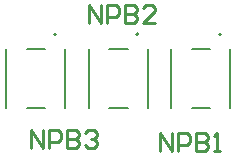
<source format=gbr>
%TF.GenerationSoftware,Altium Limited,Altium Designer,23.1.1 (15)*%
G04 Layer_Color=65535*
%FSLAX45Y45*%
%MOMM*%
%TF.SameCoordinates,65C13D17-EFD2-49A1-9DDF-215AC00BF633*%
%TF.FilePolarity,Positive*%
%TF.FileFunction,Legend,Top*%
%TF.Part,Single*%
G01*
G75*
%TA.AperFunction,NonConductor*%
%ADD16C,0.20000*%
%ADD17C,0.12700*%
%ADD18C,0.25400*%
D16*
X1871800Y1225900D02*
G03*
X1871800Y1225900I-10000J0D01*
G01*
X474800D02*
G03*
X474800Y1225900I-10000J0D01*
G01*
X1173300D02*
G03*
X1173300Y1225900I-10000J0D01*
G01*
D17*
X1451798Y600898D02*
Y1100902D01*
X1951802Y600898D02*
Y1100902D01*
X1623151D02*
X1780449D01*
X1623151Y600898D02*
X1780449D01*
X54798D02*
Y1100902D01*
X554802Y600898D02*
Y1100902D01*
X226151D02*
X383449D01*
X226151Y600898D02*
X383449D01*
X753298D02*
Y1100897D01*
X1253302Y600898D02*
Y1100897D01*
X924651D02*
X1081949D01*
X924651Y600898D02*
X1081949D01*
D18*
X1358982Y241325D02*
Y393675D01*
X1460550Y241325D01*
Y393675D01*
X1511333Y241325D02*
Y393675D01*
X1587508D01*
X1612900Y368283D01*
Y317500D01*
X1587508Y292108D01*
X1511333D01*
X1663684Y393675D02*
Y241325D01*
X1739859D01*
X1765251Y266717D01*
Y292108D01*
X1739859Y317500D01*
X1663684D01*
X1739859D01*
X1765251Y342892D01*
Y368283D01*
X1739859Y393675D01*
X1663684D01*
X1816034Y241325D02*
X1866818D01*
X1841426D01*
Y393675D01*
X1816034Y368283D01*
X266790Y266725D02*
Y419075D01*
X368358Y266725D01*
Y419075D01*
X419141Y266725D02*
Y419075D01*
X495317D01*
X520708Y393683D01*
Y342900D01*
X495317Y317508D01*
X419141D01*
X571492Y419075D02*
Y266725D01*
X647667D01*
X673059Y292117D01*
Y317508D01*
X647667Y342900D01*
X571492D01*
X647667D01*
X673059Y368292D01*
Y393683D01*
X647667Y419075D01*
X571492D01*
X723843Y393683D02*
X749234Y419075D01*
X800018D01*
X825410Y393683D01*
Y368292D01*
X800018Y342900D01*
X774626D01*
X800018D01*
X825410Y317508D01*
Y292117D01*
X800018Y266725D01*
X749234D01*
X723843Y292117D01*
X751840Y1323340D02*
Y1475691D01*
X853407Y1323340D01*
Y1475691D01*
X904191Y1323340D02*
Y1475691D01*
X980366D01*
X1005758Y1450299D01*
Y1399515D01*
X980366Y1374123D01*
X904191D01*
X1056541Y1475691D02*
Y1323340D01*
X1132717D01*
X1158109Y1348732D01*
Y1374123D01*
X1132717Y1399515D01*
X1056541D01*
X1132717D01*
X1158109Y1424907D01*
Y1450299D01*
X1132717Y1475691D01*
X1056541D01*
X1310459Y1323340D02*
X1208892D01*
X1310459Y1424907D01*
Y1450299D01*
X1285068Y1475691D01*
X1234284D01*
X1208892Y1450299D01*
%TF.MD5,19fb5245999d33b25582241ce2f9b297*%
M02*

</source>
